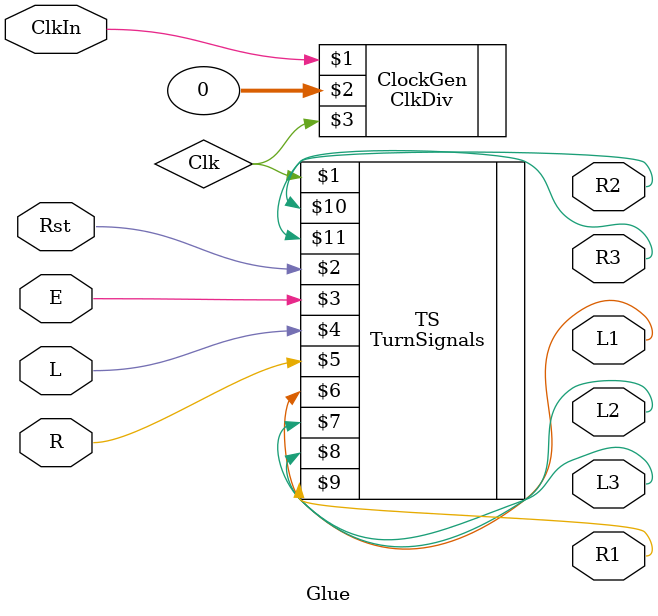
<source format=v>
`timescale 1ns / 1ps


module Glue(ClkIn, Rst, E, L, R, L1, L2, L3, R1, R2, R3);
    input ClkIn, Rst, E, L, R;
    output L1, L2, L3, R1, R2, R3;
    wire Clk;
    
    ClkDiv ClockGen(ClkIn, 0, Clk);
    TurnSignals TS(Clk, Rst, E, L, R, L1, L2, L3, R1, R2, R3);
endmodule

</source>
